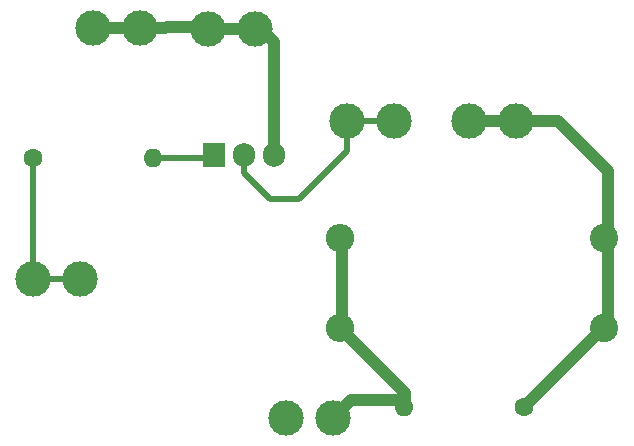
<source format=gtl>
G04 #@! TF.GenerationSoftware,KiCad,Pcbnew,(5.1.2)-1*
G04 #@! TF.CreationDate,2019-12-31T23:39:51-05:00*
G04 #@! TF.ProjectId,modulator,6d6f6475-6c61-4746-9f72-2e6b69636164,rev?*
G04 #@! TF.SameCoordinates,Original*
G04 #@! TF.FileFunction,Copper,L1,Top*
G04 #@! TF.FilePolarity,Positive*
%FSLAX46Y46*%
G04 Gerber Fmt 4.6, Leading zero omitted, Abs format (unit mm)*
G04 Created by KiCad (PCBNEW (5.1.2)-1) date 2019-12-31 23:39:51*
%MOMM*%
%LPD*%
G04 APERTURE LIST*
%ADD10R,1.905000X2.000000*%
%ADD11O,1.905000X2.000000*%
%ADD12O,1.600000X1.600000*%
%ADD13C,1.600000*%
%ADD14C,2.400000*%
%ADD15O,2.400000X2.400000*%
%ADD16C,3.000000*%
%ADD17C,1.000000*%
%ADD18C,0.500000*%
G04 APERTURE END LIST*
D10*
X191000000Y-53400000D03*
D11*
X193540000Y-53400000D03*
X196080000Y-53400000D03*
D12*
X185860000Y-53600000D03*
D13*
X175700000Y-53600000D03*
D12*
X207140000Y-74700000D03*
D13*
X217300000Y-74700000D03*
D14*
X224100000Y-68000000D03*
D15*
X201700000Y-68000000D03*
X201700000Y-60400000D03*
D14*
X224100000Y-60400000D03*
D16*
X179700000Y-63900000D03*
X175700000Y-63900000D03*
X180800000Y-42600000D03*
X184800000Y-42600000D03*
X201100000Y-75600000D03*
X197100000Y-75600000D03*
X190500000Y-42700000D03*
X194500000Y-42700000D03*
X206300000Y-50500000D03*
X202300000Y-50500000D03*
X212600000Y-50500000D03*
X216600000Y-50500000D03*
D17*
X196080000Y-53400000D02*
X196080000Y-43780000D01*
X196080000Y-43780000D02*
X194900000Y-42600000D01*
X190500000Y-42700000D02*
X192621320Y-42700000D01*
X192621320Y-42700000D02*
X194600000Y-42700000D01*
X186921320Y-42600000D02*
X187021320Y-42500000D01*
X184800000Y-42600000D02*
X186921320Y-42600000D01*
X187021320Y-42500000D02*
X190300000Y-42500000D01*
X180800000Y-42600000D02*
X184400000Y-42600000D01*
X184400000Y-42600000D02*
X184500000Y-42500000D01*
D18*
X175700000Y-63900000D02*
X175700000Y-53600000D01*
X175700000Y-53600000D02*
X175800000Y-53500000D01*
X179700000Y-63900000D02*
X175700000Y-63900000D01*
X185860000Y-53600000D02*
X190500000Y-53600000D01*
X190500000Y-53600000D02*
X191000000Y-53100000D01*
D17*
X201100000Y-68300000D02*
X201400000Y-68000000D01*
X201400000Y-68000000D02*
X201900000Y-67500000D01*
X201900000Y-67500000D02*
X201900000Y-60300000D01*
X201700000Y-68000000D02*
X207200000Y-73500000D01*
X207200000Y-73500000D02*
X207200000Y-74400000D01*
X202599999Y-74100001D02*
X206700001Y-74100001D01*
X201100000Y-75600000D02*
X202599999Y-74100001D01*
X206700001Y-74100001D02*
X207100000Y-74500000D01*
D18*
X193540000Y-54900000D02*
X195740000Y-57100000D01*
X193540000Y-53400000D02*
X193540000Y-54900000D01*
X195740000Y-57100000D02*
X198200000Y-57100000D01*
X198200000Y-57100000D02*
X202300000Y-53000000D01*
X202300000Y-53000000D02*
X202300000Y-50400000D01*
X202300000Y-50500000D02*
X204421320Y-50500000D01*
X204421320Y-50500000D02*
X206000000Y-50500000D01*
D17*
X216600000Y-50500000D02*
X220200000Y-50500000D01*
X224400000Y-54700000D02*
X224400000Y-60100000D01*
X220200000Y-50500000D02*
X224400000Y-54700000D01*
X224100000Y-67900000D02*
X217400000Y-74600000D01*
X217400000Y-74600000D02*
X217400000Y-74700000D01*
D18*
X224400000Y-67900000D02*
X224100000Y-67900000D01*
X224400000Y-60100000D02*
X224500000Y-60200000D01*
X224500000Y-60200000D02*
X224400000Y-60300000D01*
D17*
X224400000Y-60300000D02*
X224400000Y-67800000D01*
X212600000Y-50500000D02*
X216500000Y-50500000D01*
M02*

</source>
